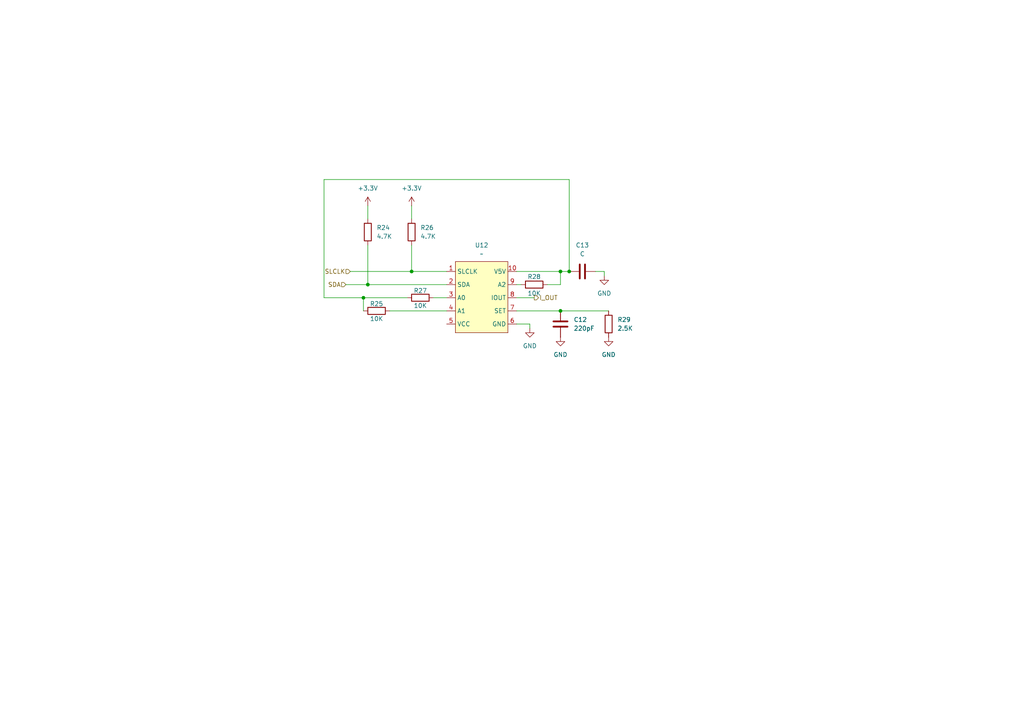
<source format=kicad_sch>
(kicad_sch (version 20250114) (generator "eeschema") (generator_version "9.0")
  (paper "A4")
  (lib_symbols
    (symbol "Device:C" (pin_numbers (hide yes)) (pin_names (offset 0.254))
      (property "Reference" "C" (at 0.635 2.54 0))
      (property "Value" "C" (at 0.635 -2.54 0))
      (symbol "C_0_1"
        (polyline (pts (xy -2.032 0.762) (xy 2.032 0.762)) (stroke (width 0.508)))
        (polyline (pts (xy -2.032 -0.762) (xy 2.032 -0.762)) (stroke (width 0.508)))
      )
      (symbol "C_1_1"
        (pin passive line (at 0 3.81 270) (length 2.794) (name "~") (number "1"))
        (pin passive line (at 0 -3.81 90) (length 2.794) (name "~") (number "2"))
      )
    )
    (symbol "Device:R" (pin_numbers (hide yes)) (pin_names (offset 0))
      (property "Reference" "R" (at 2.032 0 90))
      (property "Value" "R" (at 0 0 90))
      (symbol "R_0_1"
        (rectangle (start -1.016 -2.54) (end 1.016 2.54) (stroke (width 0.254)))
      )
      (symbol "R_1_1"
        (pin passive line (at 0 3.81 270) (length 1.27) (name "~") (number "1"))
        (pin passive line (at 0 -3.81 90) (length 1.27) (name "~") (number "2"))
      )
    )
    (symbol "Proyecto_componente:GP8303"
      (property "Reference" "U" (at 0 -12.192 0))
      (symbol "GP8303_1_1"
        (rectangle (start -7.62 10.4775) (end 7.62 -10.16) (fill (type color) (color 255 255 194 1)))
        (pin input line (at -10.16 7.62 0) (length 2.54) (name "SLCLK") (number "1"))
        (pin input line (at -10.16 3.81 0) (length 2.54) (name "SDA") (number "2"))
        (pin input line (at -10.16 0 0) (length 2.54) (name "A0") (number "3"))
        (pin input line (at -10.16 -3.81 0) (length 2.54) (name "A1") (number "4"))
        (pin input line (at -10.16 -7.62 0) (length 2.54) (name "VCC") (number "5"))
        (pin input line (at 10.16 7.62 180) (length 2.54) (name "V5V") (number "10"))
        (pin input line (at 10.16 3.81 180) (length 2.54) (name "A2") (number "9"))
        (pin input line (at 10.16 0 180) (length 2.54) (name "IOUT") (number "8"))
        (pin input line (at 10.16 -3.81 180) (length 2.54) (name "SET") (number "7"))
        (pin input line (at 10.16 -7.62 180) (length 2.54) (name "GND") (number "6"))
      )
    )
    (symbol "power:+3.3V" (power) (pin_numbers (hide yes)) (pin_names (offset 0) (hide yes))
      (property "Value" "+3.3V" (at 0 3.556 0))
      (symbol "+3.3V_0_1"
        (polyline (pts (xy -0.762 1.27) (xy 0 2.54)))
        (polyline (pts (xy 0 2.54) (xy 0.762 1.27)))
        (polyline (pts (xy 0 0) (xy 0 2.54)))
      )
      (symbol "+3.3V_1_1"
        (pin power_in line (at 0 0 90) (length 0) (name "~") (number "1"))
      )
    )
    (symbol "power:GND" (power) (pin_numbers (hide yes)) (pin_names (offset 0) (hide yes))
      (property "Value" "GND" (at 0 -3.81 0))
      (symbol "GND_0_1"
        (polyline (pts (xy 0 0) (xy 0 -1.27) (xy 1.27 -1.27) (xy 0 -2.54) (xy -1.27 -1.27) (xy 0 -1.27)))
      )
      (symbol "GND_1_1"
        (pin power_in line (at 0 0 270) (length 0) (name "~") (number "1"))
      )
    )
  )
  (junction (at 106.68 82.55))
  (junction (at 162.56 90.17))
  (junction (at 105.41 86.36))
  (junction (at 165.1 78.74))
  (junction (at 162.56 78.74))
  (junction (at 119.38 78.74))
  (wire (pts (xy 175.26 78.74) (xy 175.26 80.01)))
  (wire (pts (xy 162.56 78.74) (xy 165.1 78.74)))
  (wire (pts (xy 93.98 86.36) (xy 93.98 52.07)))
  (wire (pts (xy 158.75 82.55) (xy 162.56 82.55)))
  (wire (pts (xy 153.67 95.25) (xy 153.67 93.98)))
  (wire (pts (xy 113.03 90.17) (xy 129.54 90.17)))
  (wire (pts (xy 119.38 78.74) (xy 129.54 78.74)))
  (wire (pts (xy 101.6 78.74) (xy 119.38 78.74)))
  (wire (pts (xy 106.68 82.55) (xy 106.68 71.12)))
  (wire (pts (xy 119.38 59.69) (xy 119.38 63.5)))
  (wire (pts (xy 93.98 52.07) (xy 165.1 52.07)))
  (wire (pts (xy 118.11 86.36) (xy 105.41 86.36)))
  (wire (pts (xy 149.86 82.55) (xy 151.13 82.55)))
  (wire (pts (xy 149.86 86.36) (xy 154.94 86.36)))
  (wire (pts (xy 129.54 82.55) (xy 106.68 82.55)))
  (wire (pts (xy 106.68 59.69) (xy 106.68 63.5)))
  (wire (pts (xy 172.72 78.74) (xy 175.26 78.74)))
  (wire (pts (xy 125.73 86.36) (xy 129.54 86.36)))
  (wire (pts (xy 105.41 86.36) (xy 105.41 90.17)))
  (wire (pts (xy 153.67 93.98) (xy 149.86 93.98)))
  (wire (pts (xy 162.56 82.55) (xy 162.56 78.74)))
  (wire (pts (xy 105.41 86.36) (xy 93.98 86.36)))
  (wire (pts (xy 100.33 82.55) (xy 106.68 82.55)))
  (wire (pts (xy 162.56 90.17) (xy 176.53 90.17)))
  (wire (pts (xy 149.86 90.17) (xy 162.56 90.17)))
  (wire (pts (xy 149.86 78.74) (xy 162.56 78.74)))
  (wire (pts (xy 165.1 52.07) (xy 165.1 78.74)))
  (wire (pts (xy 119.38 71.12) (xy 119.38 78.74)))
  (hierarchical_label "I_OUT" (shape output) (at 154.94 86.36 0))
  (hierarchical_label "SLCLK" (shape input) (at 101.6 78.74 180))
  (hierarchical_label "SDA" (shape input) (at 100.33 82.55 180))
  (symbol (lib_id "Device:R") (at 109.22 90.17 90) (unit 1)
    (property "Reference" "R25" (at 109.22 88.138 90))
    (property "Value" "10K" (at 109.22 92.456 90))
    (property "Description" "Resistor" (effects (hide yes)))
  )
  (symbol (lib_id "power:GND") (at 153.67 95.25 0) (unit 1)
    (property "Reference" "#PWR049" (effects (hide yes)))
    (property "Value" "GND" (at 153.67 100.33 0))
    (property "Description" "Power symbol creates a global label with name \"GND\" , ground" (effects (hide yes)))
  )
  (symbol (lib_id "power:+3.3V") (at 119.38 59.69 0) (unit 1)
    (property "Reference" "#PWR048" (effects (hide yes)))
    (property "Value" "+3.3V" (at 119.38 54.61 0))
    (property "Description" "Power symbol creates a global label with name \"+3.3V\"" (effects (hide yes)))
  )
  (symbol (lib_id "Device:R") (at 119.38 67.31 180) (unit 1)
    (property "Reference" "R26" (at 121.92 66.0399 0) (effects (justify right)))
    (property "Value" "4.7K" (at 121.92 68.5799 0) (effects (justify right)))
    (property "Description" "Resistor" (effects (hide yes)))
  )
  (symbol (lib_id "power:GND") (at 162.56 97.79 0) (unit 1)
    (property "Reference" "#PWR050" (effects (hide yes)))
    (property "Value" "GND" (at 162.56 102.87 0))
    (property "Description" "Power symbol creates a global label with name \"GND\" , ground" (effects (hide yes)))
  )
  (symbol (lib_id "power:GND") (at 176.53 97.79 0) (unit 1)
    (property "Reference" "#PWR052" (effects (hide yes)))
    (property "Value" "GND" (at 176.53 102.87 0))
    (property "Description" "Power symbol creates a global label with name \"GND\" , ground" (effects (hide yes)))
  )
  (symbol (lib_id "Device:R") (at 176.53 93.98 0) (unit 1)
    (property "Reference" "R29" (at 179.07 92.7099 0) (effects (justify left)))
    (property "Value" "2.5K" (at 179.07 95.2499 0) (effects (justify left)))
    (property "Description" "Resistor" (effects (hide yes)))
  )
  (symbol (lib_id "power:+3.3V") (at 106.68 59.69 0) (unit 1)
    (property "Reference" "#PWR047" (effects (hide yes)))
    (property "Value" "+3.3V" (at 106.68 54.61 0))
    (property "Description" "Power symbol creates a global label with name \"+3.3V\"" (effects (hide yes)))
  )
  (symbol (lib_id "Device:C") (at 162.56 93.98 0) (unit 1)
    (property "Reference" "C12" (at 166.37 92.7099 0) (effects (justify left)))
    (property "Value" "220pF" (at 166.37 95.2499 0) (effects (justify left)))
    (property "Description" "Unpolarized capacitor" (effects (hide yes)))
  )
  (symbol (lib_id "Device:R") (at 121.92 86.36 90) (unit 1)
    (property "Reference" "R27" (at 121.92 84.328 90))
    (property "Value" "10K" (at 121.92 88.646 90))
    (property "Description" "Resistor" (effects (hide yes)))
  )
  (symbol (lib_id "Device:C") (at 168.91 78.74 90) (unit 1)
    (property "Reference" "C13" (at 168.91 71.12 90))
    (property "Value" "C" (at 168.91 73.66 90))
    (property "Description" "Unpolarized capacitor" (effects (hide yes)))
  )
  (symbol (lib_id "Device:R") (at 154.94 82.55 90) (unit 1)
    (property "Reference" "R28" (at 154.94 80.264 90))
    (property "Value" "10K" (at 154.94 85.09 90))
    (property "Description" "Resistor" (effects (hide yes)))
  )
  (symbol (lib_id "power:GND") (at 175.26 80.01 0) (unit 1)
    (property "Reference" "#PWR051" (effects (hide yes)))
    (property "Value" "GND" (at 175.26 85.09 0))
    (property "Description" "Power symbol creates a global label with name \"GND\" , ground" (effects (hide yes)))
  )
  (symbol (lib_id "Device:R") (at 106.68 67.31 0) (unit 1)
    (property "Reference" "R24" (at 109.22 66.0399 0) (effects (justify left)))
    (property "Value" "4.7K" (at 109.22 68.5799 0) (effects (justify left)))
    (property "Description" "Resistor" (effects (hide yes)))
  )
  (symbol (lib_id "Proyecto_componente:GP8303") (at 139.7 86.36 0) (unit 1)
    (property "Reference" "U12" (at 139.7 71.12 0))
    (property "Value" "~" (at 139.7 73.66 0))
  )
)
</source>
